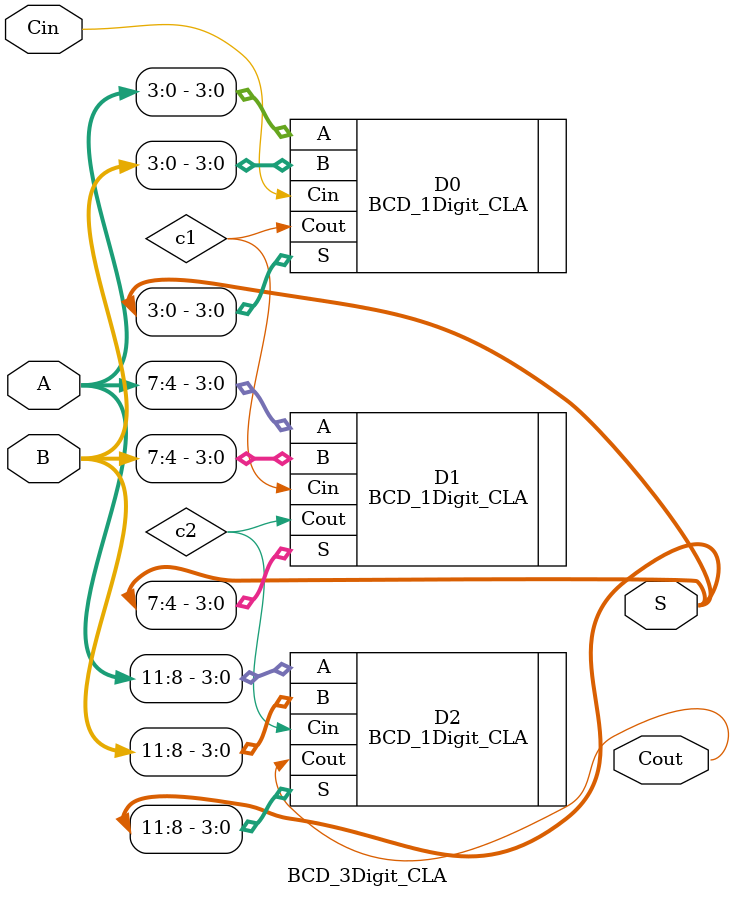
<source format=v>
`timescale 1ns / 1ps  //timescale directive: Specifies the time unit (1ns) and precision (1ps) for delays and simulation time.

module BCD_3Digit_CLA(input [11:0] A , input [11:0] B , input Cin , output [11:0] S , output Cout) ;

    wire c1 ;
	wire c2 ;

    BCD_1Digit_CLA D0 (.A(A[3:0]) ,  .B(B[3:0]) ,  .Cin(Cin) , .S(S[3:0]) ,  .Cout(c1)) ;  //Digit 0(Least Significant)
    BCD_1Digit_CLA D1 (.A(A[7:4]) ,  .B(B[7:4]) ,  .Cin(c1) ,  .S(S[7:4]) ,  .Cout(c2)) ;  //Digit 1
    BCD_1Digit_CLA D2 (.A(A[11:8]) , .B(B[11:8]) , .Cin(c2) ,  .S(S[11:8]) , .Cout(Cout)) ;  //Digit 2(Most Significant)

endmodule
</source>
